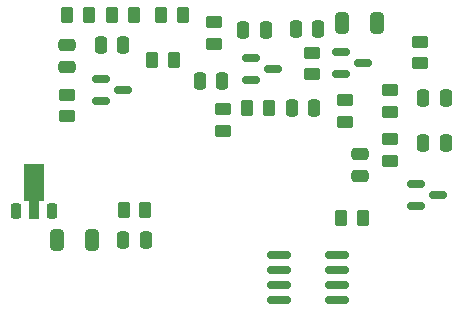
<source format=gtp>
G04 #@! TF.GenerationSoftware,KiCad,Pcbnew,9.0.0-9.0.0-2~ubuntu24.04.1*
G04 #@! TF.CreationDate,2025-03-29T11:09:29-07:00*
G04 #@! TF.ProjectId,aud_chain2,6175645f-6368-4616-996e-322e6b696361,rev?*
G04 #@! TF.SameCoordinates,Original*
G04 #@! TF.FileFunction,Paste,Top*
G04 #@! TF.FilePolarity,Positive*
%FSLAX46Y46*%
G04 Gerber Fmt 4.6, Leading zero omitted, Abs format (unit mm)*
G04 Created by KiCad (PCBNEW 9.0.0-9.0.0-2~ubuntu24.04.1) date 2025-03-29 11:09:29*
%MOMM*%
%LPD*%
G01*
G04 APERTURE LIST*
G04 Aperture macros list*
%AMRoundRect*
0 Rectangle with rounded corners*
0 $1 Rounding radius*
0 $2 $3 $4 $5 $6 $7 $8 $9 X,Y pos of 4 corners*
0 Add a 4 corners polygon primitive as box body*
4,1,4,$2,$3,$4,$5,$6,$7,$8,$9,$2,$3,0*
0 Add four circle primitives for the rounded corners*
1,1,$1+$1,$2,$3*
1,1,$1+$1,$4,$5*
1,1,$1+$1,$6,$7*
1,1,$1+$1,$8,$9*
0 Add four rect primitives between the rounded corners*
20,1,$1+$1,$2,$3,$4,$5,0*
20,1,$1+$1,$4,$5,$6,$7,0*
20,1,$1+$1,$6,$7,$8,$9,0*
20,1,$1+$1,$8,$9,$2,$3,0*%
%AMFreePoly0*
4,1,9,3.862500,-0.866500,0.737500,-0.866500,0.737500,-0.450000,-0.737500,-0.450000,-0.737500,0.450000,0.737500,0.450000,0.737500,0.866500,3.862500,0.866500,3.862500,-0.866500,3.862500,-0.866500,$1*%
G04 Aperture macros list end*
%ADD10RoundRect,0.250000X-0.250000X-0.475000X0.250000X-0.475000X0.250000X0.475000X-0.250000X0.475000X0*%
%ADD11RoundRect,0.150000X-0.587500X-0.150000X0.587500X-0.150000X0.587500X0.150000X-0.587500X0.150000X0*%
%ADD12RoundRect,0.250000X0.475000X-0.250000X0.475000X0.250000X-0.475000X0.250000X-0.475000X-0.250000X0*%
%ADD13RoundRect,0.150000X-0.825000X-0.150000X0.825000X-0.150000X0.825000X0.150000X-0.825000X0.150000X0*%
%ADD14RoundRect,0.250000X0.250000X0.475000X-0.250000X0.475000X-0.250000X-0.475000X0.250000X-0.475000X0*%
%ADD15RoundRect,0.250000X-0.262500X-0.450000X0.262500X-0.450000X0.262500X0.450000X-0.262500X0.450000X0*%
%ADD16RoundRect,0.250000X-0.450000X0.262500X-0.450000X-0.262500X0.450000X-0.262500X0.450000X0.262500X0*%
%ADD17RoundRect,0.250000X-0.325000X-0.650000X0.325000X-0.650000X0.325000X0.650000X-0.325000X0.650000X0*%
%ADD18RoundRect,0.250000X0.450000X-0.262500X0.450000X0.262500X-0.450000X0.262500X-0.450000X-0.262500X0*%
%ADD19RoundRect,0.250000X0.262500X0.450000X-0.262500X0.450000X-0.262500X-0.450000X0.262500X-0.450000X0*%
%ADD20RoundRect,0.225000X0.225000X-0.425000X0.225000X0.425000X-0.225000X0.425000X-0.225000X-0.425000X0*%
%ADD21FreePoly0,90.000000*%
G04 APERTURE END LIST*
D10*
X87315000Y-140335000D03*
X89215000Y-140335000D03*
D11*
X72722500Y-133162000D03*
X72722500Y-135062000D03*
X74597500Y-134112000D03*
D10*
X76200000Y-137414000D03*
X78100000Y-137414000D03*
D12*
X57150000Y-133980000D03*
X57150000Y-132080000D03*
D13*
X75060000Y-149860000D03*
X75060000Y-151130000D03*
X75060000Y-152400000D03*
X75060000Y-153670000D03*
X80010000Y-153670000D03*
X80010000Y-152400000D03*
X80010000Y-151130000D03*
X80010000Y-149860000D03*
D14*
X73975000Y-130810000D03*
X72075000Y-130810000D03*
D12*
X81915000Y-143190000D03*
X81915000Y-141290000D03*
D10*
X68392000Y-135128000D03*
X70292000Y-135128000D03*
D14*
X63815000Y-148590000D03*
X61915000Y-148590000D03*
D11*
X80342500Y-132654000D03*
X80342500Y-134554000D03*
X82217500Y-133604000D03*
D14*
X61910000Y-132080000D03*
X60010000Y-132080000D03*
D15*
X72390000Y-137414000D03*
X74215000Y-137414000D03*
D16*
X84455000Y-135890000D03*
X84455000Y-137715000D03*
X84455000Y-140057500D03*
X84455000Y-141882500D03*
D17*
X56310000Y-148590000D03*
X59260000Y-148590000D03*
D15*
X57150000Y-129540000D03*
X58975000Y-129540000D03*
D11*
X60022500Y-134940000D03*
X60022500Y-136840000D03*
X61897500Y-135890000D03*
D17*
X80440000Y-130175000D03*
X83390000Y-130175000D03*
D18*
X70358000Y-139342500D03*
X70358000Y-137517500D03*
D10*
X87315000Y-136525000D03*
X89215000Y-136525000D03*
D18*
X57150000Y-138096000D03*
X57150000Y-136271000D03*
D14*
X78420000Y-130683000D03*
X76520000Y-130683000D03*
D15*
X61952500Y-146050000D03*
X63777500Y-146050000D03*
D16*
X80645000Y-136755500D03*
X80645000Y-138580500D03*
D15*
X64365500Y-133350000D03*
X66190500Y-133350000D03*
D19*
X66952500Y-129540000D03*
X65127500Y-129540000D03*
D16*
X86995000Y-131802500D03*
X86995000Y-133627500D03*
D20*
X52856000Y-146095000D03*
D21*
X54356000Y-146007500D03*
D20*
X55856000Y-146095000D03*
D11*
X86692500Y-143830000D03*
X86692500Y-145730000D03*
X88567500Y-144780000D03*
D15*
X60960000Y-129540000D03*
X62785000Y-129540000D03*
D16*
X69596000Y-130151500D03*
X69596000Y-131976500D03*
D18*
X77851000Y-134540000D03*
X77851000Y-132715000D03*
D19*
X82192500Y-146685000D03*
X80367500Y-146685000D03*
M02*

</source>
